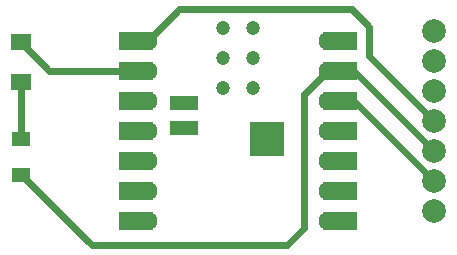
<source format=gbr>
%TF.GenerationSoftware,KiCad,Pcbnew,9.0.0*%
%TF.CreationDate,2025-03-25T16:27:35-04:00*%
%TF.ProjectId,week 8,7765656b-2038-42e6-9b69-6361645f7063,rev?*%
%TF.SameCoordinates,Original*%
%TF.FileFunction,Copper,L1,Top*%
%TF.FilePolarity,Positive*%
%FSLAX46Y46*%
G04 Gerber Fmt 4.6, Leading zero omitted, Abs format (unit mm)*
G04 Created by KiCad (PCBNEW 9.0.0) date 2025-03-25 16:27:35*
%MOMM*%
%LPD*%
G01*
G04 APERTURE LIST*
%TA.AperFunction,SMDPad,CuDef*%
%ADD10R,1.600000X1.200000*%
%TD*%
%TA.AperFunction,ComponentPad*%
%ADD11C,1.600000*%
%TD*%
%TA.AperFunction,SMDPad,CuDef*%
%ADD12R,3.000000X1.600000*%
%TD*%
%TA.AperFunction,SMDPad,CuDef*%
%ADD13R,2.400000X1.200000*%
%TD*%
%TA.AperFunction,SMDPad,CuDef*%
%ADD14C,1.200000*%
%TD*%
%TA.AperFunction,SMDPad,CuDef*%
%ADD15R,3.000000X3.000000*%
%TD*%
%TA.AperFunction,ComponentPad*%
%ADD16C,2.000000*%
%TD*%
%TA.AperFunction,SMDPad,CuDef*%
%ADD17R,1.700000X1.400000*%
%TD*%
%TA.AperFunction,Conductor*%
%ADD18C,0.600000*%
%TD*%
G04 APERTURE END LIST*
D10*
%TO.P,R1,1*%
%TO.N,Net-(J1-Pin_5)*%
X87000000Y-58500000D03*
%TO.P,R1,2*%
%TO.N,Net-(D1-A)*%
X87000000Y-55500000D03*
%TD*%
D11*
%TO.P,M1,1,D0*%
%TO.N,Net-(J1-Pin_4)*%
X97750000Y-47160000D03*
D12*
X96750000Y-47160000D03*
D11*
%TO.P,M1,2,D1*%
%TO.N,Net-(D1-K)*%
X97750000Y-49700000D03*
D12*
X96750000Y-49700000D03*
D11*
%TO.P,M1,3,D2*%
%TO.N,unconnected-(M1-D2-Pad3)*%
X97750000Y-52240000D03*
D12*
X96750000Y-52240000D03*
D11*
%TO.P,M1,4,D3*%
%TO.N,unconnected-(M1-D3-Pad4)*%
X97750000Y-54780000D03*
D12*
X96750000Y-54780000D03*
D11*
%TO.P,M1,5,D4*%
%TO.N,unconnected-(M1-D4-Pad5)*%
X97750000Y-57320000D03*
D12*
X96750000Y-57320000D03*
D11*
%TO.P,M1,6,D5*%
%TO.N,unconnected-(M1-D5-Pad6)*%
X97750000Y-59860000D03*
D12*
X96750000Y-59860000D03*
D11*
%TO.P,M1,7,D6*%
%TO.N,unconnected-(M1-D6-Pad7)*%
X97750000Y-62400000D03*
D12*
X96750000Y-62400000D03*
D11*
%TO.P,M1,8,D7*%
%TO.N,unconnected-(M1-D7-Pad8)*%
X112985000Y-62400000D03*
D12*
X113985000Y-62400000D03*
D11*
%TO.P,M1,9,D8*%
%TO.N,unconnected-(M1-D8-Pad9)*%
X112985000Y-59860000D03*
D12*
X113985000Y-59860000D03*
D11*
%TO.P,M1,10,D9*%
%TO.N,unconnected-(M1-D9-Pad10)*%
X112985000Y-57320000D03*
D12*
X113985000Y-57320000D03*
D11*
%TO.P,M1,11,D10*%
%TO.N,unconnected-(M1-D10-Pad11)*%
X112985000Y-54780000D03*
D12*
X113985000Y-54780000D03*
D11*
%TO.P,M1,12,3V3*%
%TO.N,Net-(J1-Pin_6)*%
X112985000Y-52240000D03*
D12*
X113985000Y-52240000D03*
D11*
%TO.P,M1,13,GND*%
%TO.N,Net-(J1-Pin_5)*%
X112985000Y-49700000D03*
D12*
X113985000Y-49700000D03*
D11*
%TO.P,M1,14,5V*%
%TO.N,unconnected-(M1-5V-Pad14)*%
X112985000Y-47160000D03*
D12*
X113985000Y-47160000D03*
D13*
%TO.P,M1,15,BAT_GND*%
%TO.N,unconnected-(M1-BAT_GND-Pad15)*%
X100765000Y-52480000D03*
%TO.P,M1,16,BAT_VIN*%
%TO.N,unconnected-(M1-BAT_VIN-Pad16)*%
X100765000Y-54580000D03*
D14*
%TO.P,M1,17,MTDI*%
%TO.N,unconnected-(M1-MTDI-Pad17)*%
X104095000Y-46100000D03*
%TO.P,M1,18,EN*%
%TO.N,unconnected-(M1-EN-Pad18)*%
X104095000Y-48640000D03*
%TO.P,M1,19,MTMS*%
%TO.N,unconnected-(M1-MTMS-Pad19)*%
X104095000Y-51180000D03*
%TO.P,M1,20,MTCK*%
%TO.N,unconnected-(M1-MTCK-Pad20)*%
X106635000Y-51180000D03*
%TO.P,M1,21,GND*%
%TO.N,unconnected-(M1-GND-Pad21)*%
X106635000Y-48640000D03*
%TO.P,M1,22,MTDO*%
%TO.N,unconnected-(M1-MTDO-Pad22)*%
X106635000Y-46100000D03*
D15*
%TO.P,M1,23,THERMAL*%
%TO.N,unconnected-(M1-THERMAL-Pad23)*%
X107865000Y-55530000D03*
%TD*%
D16*
%TO.P,J1,1,Pin_1*%
%TO.N,unconnected-(J1-Pin_1-Pad1)*%
X122000000Y-46375000D03*
%TO.P,J1,2,Pin_2*%
%TO.N,unconnected-(J1-Pin_2-Pad2)*%
X122000000Y-48915000D03*
%TO.P,J1,3,Pin_3*%
%TO.N,unconnected-(J1-Pin_3-Pad3)*%
X122000000Y-51455000D03*
%TO.P,J1,4,Pin_4*%
%TO.N,Net-(J1-Pin_4)*%
X122000000Y-53995000D03*
%TO.P,J1,5,Pin_5*%
%TO.N,Net-(J1-Pin_5)*%
X122000000Y-56535000D03*
%TO.P,J1,6,Pin_6*%
%TO.N,Net-(J1-Pin_6)*%
X122000000Y-59075000D03*
%TO.P,J1,7,Pin_7*%
%TO.N,unconnected-(J1-Pin_7-Pad7)*%
X122000000Y-61615000D03*
%TD*%
D17*
%TO.P,D1,1,K*%
%TO.N,Net-(D1-K)*%
X87000000Y-47300000D03*
%TO.P,D1,2,A*%
%TO.N,Net-(D1-A)*%
X87000000Y-50700000D03*
%TD*%
D18*
%TO.N,Net-(J1-Pin_4)*%
X115000000Y-44500000D02*
X100410000Y-44500000D01*
X116502500Y-46002500D02*
X115000000Y-44500000D01*
X116502500Y-48497500D02*
X116502500Y-46002500D01*
X116502500Y-48497500D02*
X116500000Y-48495000D01*
X100410000Y-44500000D02*
X97750000Y-47160000D01*
%TO.N,Net-(J1-Pin_6)*%
X115165000Y-52240000D02*
X112985000Y-52240000D01*
X122000000Y-59075000D02*
X115165000Y-52240000D01*
%TO.N,Net-(J1-Pin_5)*%
X122000000Y-56535000D02*
X115165000Y-49700000D01*
X115165000Y-49700000D02*
X112985000Y-49700000D01*
X109500000Y-64500000D02*
X111000000Y-63000000D01*
X93000000Y-64500000D02*
X109500000Y-64500000D01*
X111000000Y-63000000D02*
X111000000Y-51685000D01*
X87000000Y-58500000D02*
X93000000Y-64500000D01*
X111000000Y-51685000D02*
X112985000Y-49700000D01*
%TO.N,Net-(D1-A)*%
X87000000Y-50700000D02*
X87000000Y-55500000D01*
%TO.N,Net-(D1-K)*%
X89400000Y-49700000D02*
X97750000Y-49700000D01*
X87000000Y-47300000D02*
X89400000Y-49700000D01*
%TO.N,Net-(J1-Pin_4)*%
X122000000Y-53995000D02*
X116502500Y-48497500D01*
%TD*%
M02*

</source>
